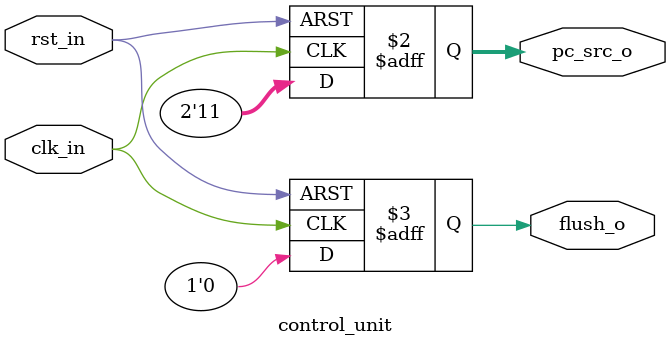
<source format=sv>
module control_unit(
  input clk_in,
  input rst_in,
  output reg [1:0] pc_src_o,
  output reg flush_o
);

  always @ (posedge clk_in or posedge rst_in) begin
    if (rst_in) begin
      pc_src_o <= 2'b00;
      flush_o <= 1'b1;
    end else begin
      pc_src_o <= 2'b11;
      flush_o <= 1'b0;
    end
  end

endmodule

</source>
